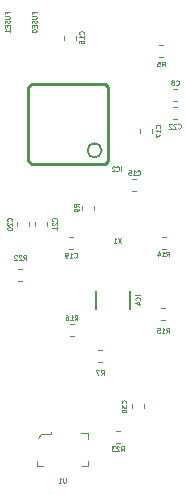
<source format=gbo>
G04 #@! TF.GenerationSoftware,KiCad,Pcbnew,(5.1.5-0-10_14)*
G04 #@! TF.CreationDate,2020-07-01T13:16:57-07:00*
G04 #@! TF.ProjectId,ravenna,72617665-6e6e-4612-9e6b-696361645f70,rev?*
G04 #@! TF.SameCoordinates,Original*
G04 #@! TF.FileFunction,Legend,Bot*
G04 #@! TF.FilePolarity,Positive*
%FSLAX46Y46*%
G04 Gerber Fmt 4.6, Leading zero omitted, Abs format (unit mm)*
G04 Created by KiCad (PCBNEW (5.1.5-0-10_14)) date 2020-07-01 13:16:57*
%MOMM*%
%LPD*%
G04 APERTURE LIST*
%ADD10C,0.120000*%
%ADD11C,0.127000*%
%ADD12C,0.254000*%
%ADD13C,0.100000*%
%ADD14C,0.152400*%
%ADD15C,0.080000*%
G04 APERTURE END LIST*
D10*
X154797879Y-109552200D02*
X154472321Y-109552200D01*
X154797879Y-108532200D02*
X154472321Y-108532200D01*
X154243821Y-92276200D02*
X154569379Y-92276200D01*
X154243821Y-93296200D02*
X154569379Y-93296200D01*
X149087721Y-118108000D02*
X149413279Y-118108000D01*
X149087721Y-119128000D02*
X149413279Y-119128000D01*
X147699000Y-106233079D02*
X147699000Y-105907521D01*
X148719000Y-106233079D02*
X148719000Y-105907521D01*
X152283279Y-104650000D02*
X151957721Y-104650000D01*
X152283279Y-103630000D02*
X151957721Y-103630000D01*
X146175000Y-91831279D02*
X146175000Y-91505721D01*
X147195000Y-91831279D02*
X147195000Y-91505721D01*
X152652000Y-99756279D02*
X152652000Y-99430721D01*
X153672000Y-99756279D02*
X153672000Y-99430721D01*
X146623721Y-108583000D02*
X146949279Y-108583000D01*
X146623721Y-109603000D02*
X146949279Y-109603000D01*
X143258000Y-107304721D02*
X143258000Y-107630279D01*
X142238000Y-107304721D02*
X142238000Y-107630279D01*
X144782000Y-107279221D02*
X144782000Y-107604779D01*
X143762000Y-107279221D02*
X143762000Y-107604779D01*
X155763279Y-98554000D02*
X155437721Y-98554000D01*
X155763279Y-97534000D02*
X155437721Y-97534000D01*
X152986200Y-122722521D02*
X152986200Y-123048079D01*
X151966200Y-122722521D02*
X151966200Y-123048079D01*
X155763279Y-97030000D02*
X155437721Y-97030000D01*
X155763279Y-96010000D02*
X155437721Y-96010000D01*
X142631379Y-112244600D02*
X142305821Y-112244600D01*
X142631379Y-111224600D02*
X142305821Y-111224600D01*
X150586221Y-124966000D02*
X150911779Y-124966000D01*
X150586221Y-125986000D02*
X150911779Y-125986000D01*
D11*
X149376500Y-101210500D02*
G75*
G03X149376500Y-101210500I-600000J0D01*
G01*
D12*
X149929000Y-102088000D02*
X149929000Y-95888000D01*
X149654000Y-102363000D02*
X149929000Y-102088000D01*
X143454000Y-102363000D02*
X149654000Y-102363000D01*
X143179000Y-102088000D02*
X143454000Y-102363000D01*
X143179000Y-95888000D02*
X143179000Y-102088000D01*
X143454000Y-95613000D02*
X143179000Y-95888000D01*
X149654000Y-95613000D02*
X143454000Y-95613000D01*
X149929000Y-95888000D02*
X149654000Y-95613000D01*
D13*
X151517100Y-114388600D02*
G75*
G03X151517100Y-114388600I-50000J0D01*
G01*
D14*
X148895100Y-113107600D02*
X148895100Y-114669600D01*
X151740100Y-114669600D02*
X151740100Y-113107600D01*
D13*
X144230000Y-125196000D02*
X143960000Y-125576000D01*
X144250000Y-125196000D02*
X144230000Y-125196000D01*
X144290000Y-125196000D02*
X144250000Y-125196000D01*
X145130000Y-125196000D02*
X144290000Y-125196000D01*
X145130000Y-125036000D02*
X145130000Y-125196000D01*
X148200000Y-127976000D02*
X148200000Y-127476000D01*
X148200000Y-127976000D02*
X147700000Y-127976000D01*
X148150000Y-125176000D02*
X147650000Y-125176000D01*
X143900000Y-127976000D02*
X144400000Y-127976000D01*
X143900000Y-127976000D02*
X143900000Y-127476000D01*
X148200000Y-125176000D02*
X148200000Y-125576000D01*
X148200000Y-125576000D02*
X148200000Y-125676000D01*
D10*
X154421721Y-114552000D02*
X154747279Y-114552000D01*
X154421721Y-115572000D02*
X154747279Y-115572000D01*
X146674721Y-116969000D02*
X147000279Y-116969000D01*
X146674721Y-115949000D02*
X147000279Y-115949000D01*
D15*
X154866942Y-110188352D02*
X155000276Y-109997876D01*
X155095514Y-110188352D02*
X155095514Y-109788352D01*
X154943133Y-109788352D01*
X154905038Y-109807400D01*
X154885990Y-109826447D01*
X154866942Y-109864542D01*
X154866942Y-109921685D01*
X154885990Y-109959780D01*
X154905038Y-109978828D01*
X154943133Y-109997876D01*
X155095514Y-109997876D01*
X154485990Y-110188352D02*
X154714561Y-110188352D01*
X154600276Y-110188352D02*
X154600276Y-109788352D01*
X154638371Y-109845495D01*
X154676466Y-109883590D01*
X154714561Y-109902638D01*
X154143133Y-109921685D02*
X154143133Y-110188352D01*
X154238371Y-109769304D02*
X154333609Y-110055019D01*
X154085990Y-110055019D01*
X154473266Y-94108802D02*
X154606600Y-93918326D01*
X154701838Y-94108802D02*
X154701838Y-93708802D01*
X154549457Y-93708802D01*
X154511361Y-93727850D01*
X154492314Y-93746897D01*
X154473266Y-93784992D01*
X154473266Y-93842135D01*
X154492314Y-93880230D01*
X154511361Y-93899278D01*
X154549457Y-93918326D01*
X154701838Y-93918326D01*
X154111361Y-93708802D02*
X154301838Y-93708802D01*
X154320885Y-93899278D01*
X154301838Y-93880230D01*
X154263742Y-93861183D01*
X154168504Y-93861183D01*
X154130409Y-93880230D01*
X154111361Y-93899278D01*
X154092314Y-93937373D01*
X154092314Y-94032611D01*
X154111361Y-94070707D01*
X154130409Y-94089754D01*
X154168504Y-94108802D01*
X154263742Y-94108802D01*
X154301838Y-94089754D01*
X154320885Y-94070707D01*
X149317166Y-120228952D02*
X149450500Y-120038476D01*
X149545738Y-120228952D02*
X149545738Y-119828952D01*
X149393357Y-119828952D01*
X149355261Y-119848000D01*
X149336214Y-119867047D01*
X149317166Y-119905142D01*
X149317166Y-119962285D01*
X149336214Y-120000380D01*
X149355261Y-120019428D01*
X149393357Y-120038476D01*
X149545738Y-120038476D01*
X149183833Y-119828952D02*
X148917166Y-119828952D01*
X149088595Y-120228952D01*
X147424752Y-106003633D02*
X147234276Y-105870300D01*
X147424752Y-105775061D02*
X147024752Y-105775061D01*
X147024752Y-105927442D01*
X147043800Y-105965538D01*
X147062847Y-105984585D01*
X147100942Y-106003633D01*
X147158085Y-106003633D01*
X147196180Y-105984585D01*
X147215228Y-105965538D01*
X147234276Y-105927442D01*
X147234276Y-105775061D01*
X147424752Y-106194109D02*
X147424752Y-106270300D01*
X147405704Y-106308395D01*
X147386657Y-106327442D01*
X147329514Y-106365538D01*
X147253323Y-106384585D01*
X147100942Y-106384585D01*
X147062847Y-106365538D01*
X147043800Y-106346490D01*
X147024752Y-106308395D01*
X147024752Y-106232204D01*
X147043800Y-106194109D01*
X147062847Y-106175061D01*
X147100942Y-106156014D01*
X147196180Y-106156014D01*
X147234276Y-106175061D01*
X147253323Y-106194109D01*
X147272371Y-106232204D01*
X147272371Y-106308395D01*
X147253323Y-106346490D01*
X147234276Y-106365538D01*
X147196180Y-106384585D01*
X152403142Y-103266857D02*
X152422190Y-103285904D01*
X152479333Y-103304952D01*
X152517428Y-103304952D01*
X152574571Y-103285904D01*
X152612666Y-103247809D01*
X152631714Y-103209714D01*
X152650761Y-103133523D01*
X152650761Y-103076380D01*
X152631714Y-103000190D01*
X152612666Y-102962095D01*
X152574571Y-102924000D01*
X152517428Y-102904952D01*
X152479333Y-102904952D01*
X152422190Y-102924000D01*
X152403142Y-102943047D01*
X152022190Y-103304952D02*
X152250761Y-103304952D01*
X152136476Y-103304952D02*
X152136476Y-102904952D01*
X152174571Y-102962095D01*
X152212666Y-103000190D01*
X152250761Y-103019238D01*
X151660285Y-102904952D02*
X151850761Y-102904952D01*
X151869809Y-103095428D01*
X151850761Y-103076380D01*
X151812666Y-103057333D01*
X151717428Y-103057333D01*
X151679333Y-103076380D01*
X151660285Y-103095428D01*
X151641238Y-103133523D01*
X151641238Y-103228761D01*
X151660285Y-103266857D01*
X151679333Y-103285904D01*
X151717428Y-103304952D01*
X151812666Y-103304952D01*
X151850761Y-103285904D01*
X151869809Y-103266857D01*
X147843857Y-91385857D02*
X147862904Y-91366809D01*
X147881952Y-91309666D01*
X147881952Y-91271571D01*
X147862904Y-91214428D01*
X147824809Y-91176333D01*
X147786714Y-91157285D01*
X147710523Y-91138238D01*
X147653380Y-91138238D01*
X147577190Y-91157285D01*
X147539095Y-91176333D01*
X147501000Y-91214428D01*
X147481952Y-91271571D01*
X147481952Y-91309666D01*
X147501000Y-91366809D01*
X147520047Y-91385857D01*
X147881952Y-91766809D02*
X147881952Y-91538238D01*
X147881952Y-91652523D02*
X147481952Y-91652523D01*
X147539095Y-91614428D01*
X147577190Y-91576333D01*
X147596238Y-91538238D01*
X147481952Y-92109666D02*
X147481952Y-92033476D01*
X147501000Y-91995380D01*
X147520047Y-91976333D01*
X147577190Y-91938238D01*
X147653380Y-91919190D01*
X147805761Y-91919190D01*
X147843857Y-91938238D01*
X147862904Y-91957285D01*
X147881952Y-91995380D01*
X147881952Y-92071571D01*
X147862904Y-92109666D01*
X147843857Y-92128714D01*
X147805761Y-92147761D01*
X147710523Y-92147761D01*
X147672428Y-92128714D01*
X147653380Y-92109666D01*
X147634333Y-92071571D01*
X147634333Y-91995380D01*
X147653380Y-91957285D01*
X147672428Y-91938238D01*
X147710523Y-91919190D01*
X154320857Y-99310857D02*
X154339904Y-99291809D01*
X154358952Y-99234666D01*
X154358952Y-99196571D01*
X154339904Y-99139428D01*
X154301809Y-99101333D01*
X154263714Y-99082285D01*
X154187523Y-99063238D01*
X154130380Y-99063238D01*
X154054190Y-99082285D01*
X154016095Y-99101333D01*
X153978000Y-99139428D01*
X153958952Y-99196571D01*
X153958952Y-99234666D01*
X153978000Y-99291809D01*
X153997047Y-99310857D01*
X154358952Y-99691809D02*
X154358952Y-99463238D01*
X154358952Y-99577523D02*
X153958952Y-99577523D01*
X154016095Y-99539428D01*
X154054190Y-99501333D01*
X154073238Y-99463238D01*
X153958952Y-99825142D02*
X153958952Y-100091809D01*
X154358952Y-99920380D01*
X147043642Y-110251857D02*
X147062690Y-110270904D01*
X147119833Y-110289952D01*
X147157928Y-110289952D01*
X147215071Y-110270904D01*
X147253166Y-110232809D01*
X147272214Y-110194714D01*
X147291261Y-110118523D01*
X147291261Y-110061380D01*
X147272214Y-109985190D01*
X147253166Y-109947095D01*
X147215071Y-109909000D01*
X147157928Y-109889952D01*
X147119833Y-109889952D01*
X147062690Y-109909000D01*
X147043642Y-109928047D01*
X146662690Y-110289952D02*
X146891261Y-110289952D01*
X146776976Y-110289952D02*
X146776976Y-109889952D01*
X146815071Y-109947095D01*
X146853166Y-109985190D01*
X146891261Y-110004238D01*
X146472214Y-110289952D02*
X146396023Y-110289952D01*
X146357928Y-110270904D01*
X146338880Y-110251857D01*
X146300785Y-110194714D01*
X146281738Y-110118523D01*
X146281738Y-109966142D01*
X146300785Y-109928047D01*
X146319833Y-109909000D01*
X146357928Y-109889952D01*
X146434119Y-109889952D01*
X146472214Y-109909000D01*
X146491261Y-109928047D01*
X146510309Y-109966142D01*
X146510309Y-110061380D01*
X146491261Y-110099476D01*
X146472214Y-110118523D01*
X146434119Y-110137571D01*
X146357928Y-110137571D01*
X146319833Y-110118523D01*
X146300785Y-110099476D01*
X146281738Y-110061380D01*
X141747857Y-107210357D02*
X141766904Y-107191309D01*
X141785952Y-107134166D01*
X141785952Y-107096071D01*
X141766904Y-107038928D01*
X141728809Y-107000833D01*
X141690714Y-106981785D01*
X141614523Y-106962738D01*
X141557380Y-106962738D01*
X141481190Y-106981785D01*
X141443095Y-107000833D01*
X141405000Y-107038928D01*
X141385952Y-107096071D01*
X141385952Y-107134166D01*
X141405000Y-107191309D01*
X141424047Y-107210357D01*
X141424047Y-107362738D02*
X141405000Y-107381785D01*
X141385952Y-107419880D01*
X141385952Y-107515119D01*
X141405000Y-107553214D01*
X141424047Y-107572261D01*
X141462142Y-107591309D01*
X141500238Y-107591309D01*
X141557380Y-107572261D01*
X141785952Y-107343690D01*
X141785952Y-107591309D01*
X141385952Y-107838928D02*
X141385952Y-107877023D01*
X141405000Y-107915119D01*
X141424047Y-107934166D01*
X141462142Y-107953214D01*
X141538333Y-107972261D01*
X141633571Y-107972261D01*
X141709761Y-107953214D01*
X141747857Y-107934166D01*
X141766904Y-107915119D01*
X141785952Y-107877023D01*
X141785952Y-107838928D01*
X141766904Y-107800833D01*
X141747857Y-107781785D01*
X141709761Y-107762738D01*
X141633571Y-107743690D01*
X141538333Y-107743690D01*
X141462142Y-107762738D01*
X141424047Y-107781785D01*
X141405000Y-107800833D01*
X141385952Y-107838928D01*
X145557857Y-107184857D02*
X145576904Y-107165809D01*
X145595952Y-107108666D01*
X145595952Y-107070571D01*
X145576904Y-107013428D01*
X145538809Y-106975333D01*
X145500714Y-106956285D01*
X145424523Y-106937238D01*
X145367380Y-106937238D01*
X145291190Y-106956285D01*
X145253095Y-106975333D01*
X145215000Y-107013428D01*
X145195952Y-107070571D01*
X145195952Y-107108666D01*
X145215000Y-107165809D01*
X145234047Y-107184857D01*
X145234047Y-107337238D02*
X145215000Y-107356285D01*
X145195952Y-107394380D01*
X145195952Y-107489619D01*
X145215000Y-107527714D01*
X145234047Y-107546761D01*
X145272142Y-107565809D01*
X145310238Y-107565809D01*
X145367380Y-107546761D01*
X145595952Y-107318190D01*
X145595952Y-107565809D01*
X145595952Y-107946761D02*
X145595952Y-107718190D01*
X145595952Y-107832476D02*
X145195952Y-107832476D01*
X145253095Y-107794380D01*
X145291190Y-107756285D01*
X145310238Y-107718190D01*
X155832142Y-99329857D02*
X155851190Y-99348904D01*
X155908333Y-99367952D01*
X155946428Y-99367952D01*
X156003571Y-99348904D01*
X156041666Y-99310809D01*
X156060714Y-99272714D01*
X156079761Y-99196523D01*
X156079761Y-99139380D01*
X156060714Y-99063190D01*
X156041666Y-99025095D01*
X156003571Y-98987000D01*
X155946428Y-98967952D01*
X155908333Y-98967952D01*
X155851190Y-98987000D01*
X155832142Y-99006047D01*
X155679761Y-99006047D02*
X155660714Y-98987000D01*
X155622619Y-98967952D01*
X155527380Y-98967952D01*
X155489285Y-98987000D01*
X155470238Y-99006047D01*
X155451190Y-99044142D01*
X155451190Y-99082238D01*
X155470238Y-99139380D01*
X155698809Y-99367952D01*
X155451190Y-99367952D01*
X155298809Y-99006047D02*
X155279761Y-98987000D01*
X155241666Y-98967952D01*
X155146428Y-98967952D01*
X155108333Y-98987000D01*
X155089285Y-99006047D01*
X155070238Y-99044142D01*
X155070238Y-99082238D01*
X155089285Y-99139380D01*
X155317857Y-99367952D01*
X155070238Y-99367952D01*
X151433126Y-122628157D02*
X151452173Y-122609109D01*
X151471221Y-122551966D01*
X151471221Y-122513871D01*
X151452173Y-122456728D01*
X151414078Y-122418633D01*
X151375983Y-122399585D01*
X151299792Y-122380538D01*
X151242649Y-122380538D01*
X151166459Y-122399585D01*
X151128364Y-122418633D01*
X151090269Y-122456728D01*
X151071221Y-122513871D01*
X151071221Y-122551966D01*
X151090269Y-122609109D01*
X151109316Y-122628157D01*
X151071221Y-122761490D02*
X151071221Y-123009109D01*
X151223602Y-122875776D01*
X151223602Y-122932919D01*
X151242649Y-122971014D01*
X151261697Y-122990061D01*
X151299792Y-123009109D01*
X151395030Y-123009109D01*
X151433126Y-122990061D01*
X151452173Y-122971014D01*
X151471221Y-122932919D01*
X151471221Y-122818633D01*
X151452173Y-122780538D01*
X151433126Y-122761490D01*
X151071221Y-123256728D02*
X151071221Y-123294823D01*
X151090269Y-123332919D01*
X151109316Y-123351966D01*
X151147411Y-123371014D01*
X151223602Y-123390061D01*
X151318840Y-123390061D01*
X151395030Y-123371014D01*
X151433126Y-123351966D01*
X151452173Y-123332919D01*
X151471221Y-123294823D01*
X151471221Y-123256728D01*
X151452173Y-123218633D01*
X151433126Y-123199585D01*
X151395030Y-123180538D01*
X151318840Y-123161490D01*
X151223602Y-123161490D01*
X151147411Y-123180538D01*
X151109316Y-123199585D01*
X151090269Y-123218633D01*
X151071221Y-123256728D01*
X155667166Y-95646857D02*
X155686214Y-95665904D01*
X155743357Y-95684952D01*
X155781452Y-95684952D01*
X155838595Y-95665904D01*
X155876690Y-95627809D01*
X155895738Y-95589714D01*
X155914785Y-95513523D01*
X155914785Y-95456380D01*
X155895738Y-95380190D01*
X155876690Y-95342095D01*
X155838595Y-95304000D01*
X155781452Y-95284952D01*
X155743357Y-95284952D01*
X155686214Y-95304000D01*
X155667166Y-95323047D01*
X155438595Y-95456380D02*
X155476690Y-95437333D01*
X155495738Y-95418285D01*
X155514785Y-95380190D01*
X155514785Y-95361142D01*
X155495738Y-95323047D01*
X155476690Y-95304000D01*
X155438595Y-95284952D01*
X155362404Y-95284952D01*
X155324309Y-95304000D01*
X155305261Y-95323047D01*
X155286214Y-95361142D01*
X155286214Y-95380190D01*
X155305261Y-95418285D01*
X155324309Y-95437333D01*
X155362404Y-95456380D01*
X155438595Y-95456380D01*
X155476690Y-95475428D01*
X155495738Y-95494476D01*
X155514785Y-95532571D01*
X155514785Y-95608761D01*
X155495738Y-95646857D01*
X155476690Y-95665904D01*
X155438595Y-95684952D01*
X155362404Y-95684952D01*
X155324309Y-95665904D01*
X155305261Y-95646857D01*
X155286214Y-95608761D01*
X155286214Y-95532571D01*
X155305261Y-95494476D01*
X155324309Y-95475428D01*
X155362404Y-95456380D01*
X151015809Y-108619952D02*
X150749142Y-109019952D01*
X150749142Y-108619952D02*
X151015809Y-109019952D01*
X150387238Y-109019952D02*
X150615809Y-109019952D01*
X150501523Y-109019952D02*
X150501523Y-108619952D01*
X150539619Y-108677095D01*
X150577714Y-108715190D01*
X150615809Y-108734238D01*
X142725742Y-110485552D02*
X142859076Y-110295076D01*
X142954314Y-110485552D02*
X142954314Y-110085552D01*
X142801933Y-110085552D01*
X142763838Y-110104600D01*
X142744790Y-110123647D01*
X142725742Y-110161742D01*
X142725742Y-110218885D01*
X142744790Y-110256980D01*
X142763838Y-110276028D01*
X142801933Y-110295076D01*
X142954314Y-110295076D01*
X142573361Y-110123647D02*
X142554314Y-110104600D01*
X142516219Y-110085552D01*
X142420980Y-110085552D01*
X142382885Y-110104600D01*
X142363838Y-110123647D01*
X142344790Y-110161742D01*
X142344790Y-110199838D01*
X142363838Y-110256980D01*
X142592409Y-110485552D01*
X142344790Y-110485552D01*
X142192409Y-110123647D02*
X142173361Y-110104600D01*
X142135266Y-110085552D01*
X142040028Y-110085552D01*
X142001933Y-110104600D01*
X141982885Y-110123647D01*
X141963838Y-110161742D01*
X141963838Y-110199838D01*
X141982885Y-110256980D01*
X142211457Y-110485552D01*
X141963838Y-110485552D01*
X151006142Y-126672952D02*
X151139476Y-126482476D01*
X151234714Y-126672952D02*
X151234714Y-126272952D01*
X151082333Y-126272952D01*
X151044238Y-126292000D01*
X151025190Y-126311047D01*
X151006142Y-126349142D01*
X151006142Y-126406285D01*
X151025190Y-126444380D01*
X151044238Y-126463428D01*
X151082333Y-126482476D01*
X151234714Y-126482476D01*
X150853761Y-126311047D02*
X150834714Y-126292000D01*
X150796619Y-126272952D01*
X150701380Y-126272952D01*
X150663285Y-126292000D01*
X150644238Y-126311047D01*
X150625190Y-126349142D01*
X150625190Y-126387238D01*
X150644238Y-126444380D01*
X150872809Y-126672952D01*
X150625190Y-126672952D01*
X150491857Y-126272952D02*
X150244238Y-126272952D01*
X150377571Y-126425333D01*
X150320428Y-126425333D01*
X150282333Y-126444380D01*
X150263285Y-126463428D01*
X150244238Y-126501523D01*
X150244238Y-126596761D01*
X150263285Y-126634857D01*
X150282333Y-126653904D01*
X150320428Y-126672952D01*
X150434714Y-126672952D01*
X150472809Y-126653904D01*
X150491857Y-126634857D01*
X141376428Y-89621714D02*
X141376428Y-89488380D01*
X141585952Y-89488380D02*
X141185952Y-89488380D01*
X141185952Y-89678857D01*
X141185952Y-89831238D02*
X141509761Y-89831238D01*
X141547857Y-89850285D01*
X141566904Y-89869333D01*
X141585952Y-89907428D01*
X141585952Y-89983619D01*
X141566904Y-90021714D01*
X141547857Y-90040761D01*
X141509761Y-90059809D01*
X141185952Y-90059809D01*
X141566904Y-90231238D02*
X141585952Y-90288380D01*
X141585952Y-90383619D01*
X141566904Y-90421714D01*
X141547857Y-90440761D01*
X141509761Y-90459809D01*
X141471666Y-90459809D01*
X141433571Y-90440761D01*
X141414523Y-90421714D01*
X141395476Y-90383619D01*
X141376428Y-90307428D01*
X141357380Y-90269333D01*
X141338333Y-90250285D01*
X141300238Y-90231238D01*
X141262142Y-90231238D01*
X141224047Y-90250285D01*
X141205000Y-90269333D01*
X141185952Y-90307428D01*
X141185952Y-90402666D01*
X141205000Y-90459809D01*
X141376428Y-90631238D02*
X141376428Y-90764571D01*
X141585952Y-90821714D02*
X141585952Y-90631238D01*
X141185952Y-90631238D01*
X141185952Y-90821714D01*
X141585952Y-91202666D02*
X141585952Y-90974095D01*
X141585952Y-91088380D02*
X141185952Y-91088380D01*
X141243095Y-91050285D01*
X141281190Y-91012190D01*
X141300238Y-90974095D01*
X143662428Y-89621714D02*
X143662428Y-89488380D01*
X143871952Y-89488380D02*
X143471952Y-89488380D01*
X143471952Y-89678857D01*
X143471952Y-89831238D02*
X143795761Y-89831238D01*
X143833857Y-89850285D01*
X143852904Y-89869333D01*
X143871952Y-89907428D01*
X143871952Y-89983619D01*
X143852904Y-90021714D01*
X143833857Y-90040761D01*
X143795761Y-90059809D01*
X143471952Y-90059809D01*
X143852904Y-90231238D02*
X143871952Y-90288380D01*
X143871952Y-90383619D01*
X143852904Y-90421714D01*
X143833857Y-90440761D01*
X143795761Y-90459809D01*
X143757666Y-90459809D01*
X143719571Y-90440761D01*
X143700523Y-90421714D01*
X143681476Y-90383619D01*
X143662428Y-90307428D01*
X143643380Y-90269333D01*
X143624333Y-90250285D01*
X143586238Y-90231238D01*
X143548142Y-90231238D01*
X143510047Y-90250285D01*
X143491000Y-90269333D01*
X143471952Y-90307428D01*
X143471952Y-90402666D01*
X143491000Y-90459809D01*
X143662428Y-90631238D02*
X143662428Y-90764571D01*
X143871952Y-90821714D02*
X143871952Y-90631238D01*
X143471952Y-90631238D01*
X143471952Y-90821714D01*
X143471952Y-91069333D02*
X143471952Y-91107428D01*
X143491000Y-91145523D01*
X143510047Y-91164571D01*
X143548142Y-91183619D01*
X143624333Y-91202666D01*
X143719571Y-91202666D01*
X143795761Y-91183619D01*
X143833857Y-91164571D01*
X143852904Y-91145523D01*
X143871952Y-91107428D01*
X143871952Y-91069333D01*
X143852904Y-91031238D01*
X143833857Y-91012190D01*
X143795761Y-90993142D01*
X143719571Y-90974095D01*
X143624333Y-90974095D01*
X143548142Y-90993142D01*
X143510047Y-91012190D01*
X143491000Y-91031238D01*
X143471952Y-91069333D01*
X151042190Y-102977952D02*
X151042190Y-102577952D01*
X150623142Y-102939857D02*
X150642190Y-102958904D01*
X150699333Y-102977952D01*
X150737428Y-102977952D01*
X150794571Y-102958904D01*
X150832666Y-102920809D01*
X150851714Y-102882714D01*
X150870761Y-102806523D01*
X150870761Y-102749380D01*
X150851714Y-102673190D01*
X150832666Y-102635095D01*
X150794571Y-102597000D01*
X150737428Y-102577952D01*
X150699333Y-102577952D01*
X150642190Y-102597000D01*
X150623142Y-102616047D01*
X150470761Y-102616047D02*
X150451714Y-102597000D01*
X150413619Y-102577952D01*
X150318380Y-102577952D01*
X150280285Y-102597000D01*
X150261238Y-102616047D01*
X150242190Y-102654142D01*
X150242190Y-102692238D01*
X150261238Y-102749380D01*
X150489809Y-102977952D01*
X150242190Y-102977952D01*
X152634952Y-113498809D02*
X152234952Y-113498809D01*
X152596857Y-113917857D02*
X152615904Y-113898809D01*
X152634952Y-113841666D01*
X152634952Y-113803571D01*
X152615904Y-113746428D01*
X152577809Y-113708333D01*
X152539714Y-113689285D01*
X152463523Y-113670238D01*
X152406380Y-113670238D01*
X152330190Y-113689285D01*
X152292095Y-113708333D01*
X152254000Y-113746428D01*
X152234952Y-113803571D01*
X152234952Y-113841666D01*
X152254000Y-113898809D01*
X152273047Y-113917857D01*
X152368285Y-114260714D02*
X152634952Y-114260714D01*
X152215904Y-114165476D02*
X152501619Y-114070238D01*
X152501619Y-114317857D01*
X146354761Y-128956952D02*
X146354761Y-129280761D01*
X146335714Y-129318857D01*
X146316666Y-129337904D01*
X146278571Y-129356952D01*
X146202380Y-129356952D01*
X146164285Y-129337904D01*
X146145238Y-129318857D01*
X146126190Y-129280761D01*
X146126190Y-128956952D01*
X145726190Y-129356952D02*
X145954761Y-129356952D01*
X145840476Y-129356952D02*
X145840476Y-128956952D01*
X145878571Y-129014095D01*
X145916666Y-129052190D01*
X145954761Y-129071238D01*
X154841642Y-116672952D02*
X154974976Y-116482476D01*
X155070214Y-116672952D02*
X155070214Y-116272952D01*
X154917833Y-116272952D01*
X154879738Y-116292000D01*
X154860690Y-116311047D01*
X154841642Y-116349142D01*
X154841642Y-116406285D01*
X154860690Y-116444380D01*
X154879738Y-116463428D01*
X154917833Y-116482476D01*
X155070214Y-116482476D01*
X154460690Y-116672952D02*
X154689261Y-116672952D01*
X154574976Y-116672952D02*
X154574976Y-116272952D01*
X154613071Y-116330095D01*
X154651166Y-116368190D01*
X154689261Y-116387238D01*
X154098785Y-116272952D02*
X154289261Y-116272952D01*
X154308309Y-116463428D01*
X154289261Y-116444380D01*
X154251166Y-116425333D01*
X154155928Y-116425333D01*
X154117833Y-116444380D01*
X154098785Y-116463428D01*
X154079738Y-116501523D01*
X154079738Y-116596761D01*
X154098785Y-116634857D01*
X154117833Y-116653904D01*
X154155928Y-116672952D01*
X154251166Y-116672952D01*
X154289261Y-116653904D01*
X154308309Y-116634857D01*
X147094642Y-115569541D02*
X147227976Y-115379065D01*
X147323214Y-115569541D02*
X147323214Y-115169541D01*
X147170833Y-115169541D01*
X147132738Y-115188589D01*
X147113690Y-115207636D01*
X147094642Y-115245731D01*
X147094642Y-115302874D01*
X147113690Y-115340969D01*
X147132738Y-115360017D01*
X147170833Y-115379065D01*
X147323214Y-115379065D01*
X146713690Y-115569541D02*
X146942261Y-115569541D01*
X146827976Y-115569541D02*
X146827976Y-115169541D01*
X146866071Y-115226684D01*
X146904166Y-115264779D01*
X146942261Y-115283827D01*
X146370833Y-115169541D02*
X146447023Y-115169541D01*
X146485119Y-115188589D01*
X146504166Y-115207636D01*
X146542261Y-115264779D01*
X146561309Y-115340969D01*
X146561309Y-115493350D01*
X146542261Y-115531446D01*
X146523214Y-115550493D01*
X146485119Y-115569541D01*
X146408928Y-115569541D01*
X146370833Y-115550493D01*
X146351785Y-115531446D01*
X146332738Y-115493350D01*
X146332738Y-115398112D01*
X146351785Y-115360017D01*
X146370833Y-115340969D01*
X146408928Y-115321922D01*
X146485119Y-115321922D01*
X146523214Y-115340969D01*
X146542261Y-115360017D01*
X146561309Y-115398112D01*
M02*

</source>
